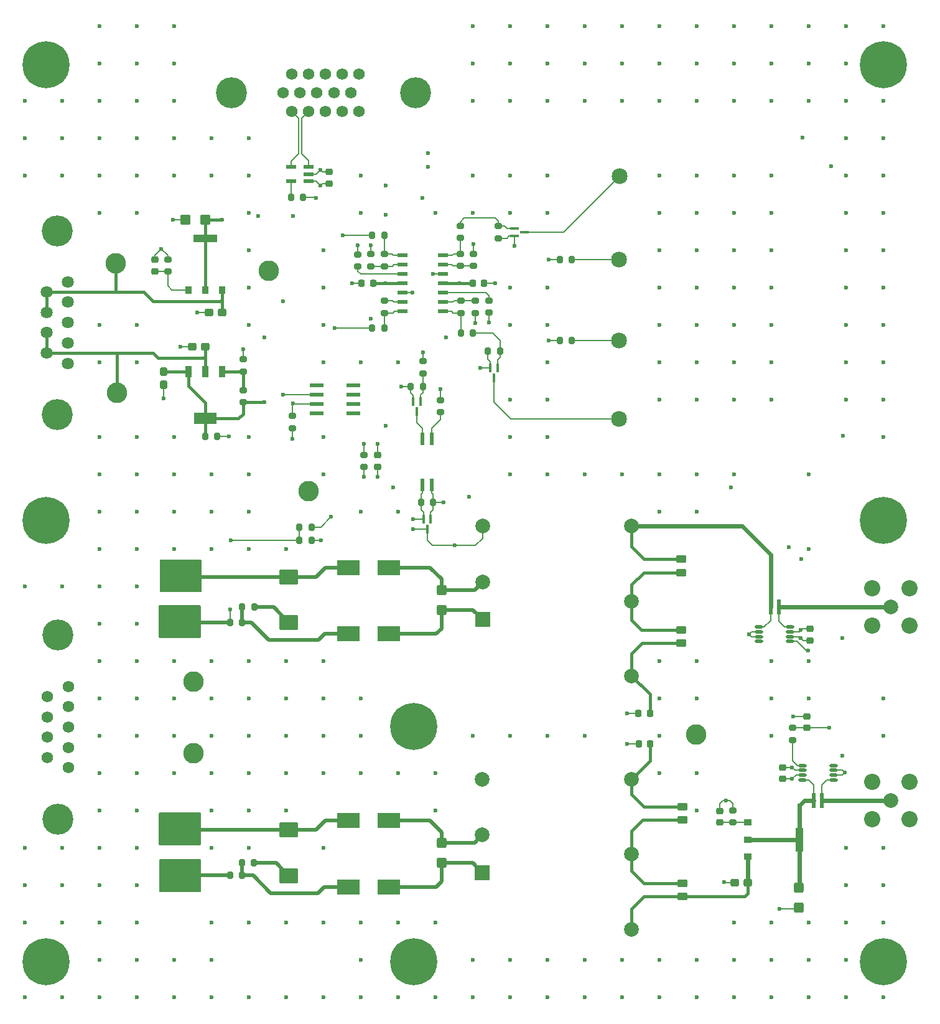
<source format=gbr>
%TF.GenerationSoftware,KiCad,Pcbnew,8.0.6*%
%TF.CreationDate,2025-05-15T16:07:21-04:00*%
%TF.ProjectId,2 - COLD_TPC_P25M5,32202d20-434f-44c4-945f-5450435f5032,rev?*%
%TF.SameCoordinates,Original*%
%TF.FileFunction,Copper,L1,Top*%
%TF.FilePolarity,Positive*%
%FSLAX46Y46*%
G04 Gerber Fmt 4.6, Leading zero omitted, Abs format (unit mm)*
G04 Created by KiCad (PCBNEW 8.0.6) date 2025-05-15 16:07:21*
%MOMM*%
%LPD*%
G01*
G04 APERTURE LIST*
G04 Aperture macros list*
%AMRoundRect*
0 Rectangle with rounded corners*
0 $1 Rounding radius*
0 $2 $3 $4 $5 $6 $7 $8 $9 X,Y pos of 4 corners*
0 Add a 4 corners polygon primitive as box body*
4,1,4,$2,$3,$4,$5,$6,$7,$8,$9,$2,$3,0*
0 Add four circle primitives for the rounded corners*
1,1,$1+$1,$2,$3*
1,1,$1+$1,$4,$5*
1,1,$1+$1,$6,$7*
1,1,$1+$1,$8,$9*
0 Add four rect primitives between the rounded corners*
20,1,$1+$1,$2,$3,$4,$5,0*
20,1,$1+$1,$4,$5,$6,$7,0*
20,1,$1+$1,$6,$7,$8,$9,0*
20,1,$1+$1,$8,$9,$2,$3,0*%
G04 Aperture macros list end*
%TA.AperFunction,SMDPad,CuDef*%
%ADD10RoundRect,0.200000X0.275000X-0.200000X0.275000X0.200000X-0.275000X0.200000X-0.275000X-0.200000X0*%
%TD*%
%TA.AperFunction,ComponentPad*%
%ADD11C,2.800000*%
%TD*%
%TA.AperFunction,SMDPad,CuDef*%
%ADD12RoundRect,0.225000X0.250000X-0.225000X0.250000X0.225000X-0.250000X0.225000X-0.250000X-0.225000X0*%
%TD*%
%TA.AperFunction,ComponentPad*%
%ADD13C,6.400000*%
%TD*%
%TA.AperFunction,SMDPad,CuDef*%
%ADD14RoundRect,0.250000X0.450000X0.425000X-0.450000X0.425000X-0.450000X-0.425000X0.450000X-0.425000X0*%
%TD*%
%TA.AperFunction,SMDPad,CuDef*%
%ADD15RoundRect,0.200000X0.200000X0.275000X-0.200000X0.275000X-0.200000X-0.275000X0.200000X-0.275000X0*%
%TD*%
%TA.AperFunction,SMDPad,CuDef*%
%ADD16RoundRect,0.200000X-0.275000X0.200000X-0.275000X-0.200000X0.275000X-0.200000X0.275000X0.200000X0*%
%TD*%
%TA.AperFunction,SMDPad,CuDef*%
%ADD17R,1.016000X0.889000*%
%TD*%
%TA.AperFunction,SMDPad,CuDef*%
%ADD18R,1.000000X3.200000*%
%TD*%
%TA.AperFunction,SMDPad,CuDef*%
%ADD19R,0.584200X2.159000*%
%TD*%
%TA.AperFunction,SMDPad,CuDef*%
%ADD20RoundRect,0.225000X0.225000X0.250000X-0.225000X0.250000X-0.225000X-0.250000X0.225000X-0.250000X0*%
%TD*%
%TA.AperFunction,SMDPad,CuDef*%
%ADD21R,0.838200X1.600200*%
%TD*%
%TA.AperFunction,SMDPad,CuDef*%
%ADD22R,3.048000X1.600200*%
%TD*%
%TA.AperFunction,SMDPad,CuDef*%
%ADD23RoundRect,0.200000X-0.200000X-0.275000X0.200000X-0.275000X0.200000X0.275000X-0.200000X0.275000X0*%
%TD*%
%TA.AperFunction,SMDPad,CuDef*%
%ADD24RoundRect,0.250000X0.312500X0.275000X-0.312500X0.275000X-0.312500X-0.275000X0.312500X-0.275000X0*%
%TD*%
%TA.AperFunction,SMDPad,CuDef*%
%ADD25RoundRect,0.250000X0.275000X-0.312500X0.275000X0.312500X-0.275000X0.312500X-0.275000X-0.312500X0*%
%TD*%
%TA.AperFunction,ComponentPad*%
%ADD26R,2.000000X2.000000*%
%TD*%
%TA.AperFunction,ComponentPad*%
%ADD27C,2.000000*%
%TD*%
%TA.AperFunction,SMDPad,CuDef*%
%ADD28RoundRect,0.250000X-0.312500X-0.275000X0.312500X-0.275000X0.312500X0.275000X-0.312500X0.275000X0*%
%TD*%
%TA.AperFunction,SMDPad,CuDef*%
%ADD29R,1.161200X0.350800*%
%TD*%
%TA.AperFunction,ComponentPad*%
%ADD30C,2.159000*%
%TD*%
%TA.AperFunction,ComponentPad*%
%ADD31C,1.560000*%
%TD*%
%TA.AperFunction,ComponentPad*%
%ADD32C,4.216000*%
%TD*%
%TA.AperFunction,SMDPad,CuDef*%
%ADD33RoundRect,0.225000X-0.250000X0.225000X-0.250000X-0.225000X0.250000X-0.225000X0.250000X0.225000X0*%
%TD*%
%TA.AperFunction,SMDPad,CuDef*%
%ADD34R,0.350800X1.161200*%
%TD*%
%TA.AperFunction,SMDPad,CuDef*%
%ADD35R,1.981200X0.558800*%
%TD*%
%TA.AperFunction,SMDPad,CuDef*%
%ADD36R,0.558800X1.651000*%
%TD*%
%TA.AperFunction,SMDPad,CuDef*%
%ADD37RoundRect,0.250000X0.450000X-0.262500X0.450000X0.262500X-0.450000X0.262500X-0.450000X-0.262500X0*%
%TD*%
%TA.AperFunction,SMDPad,CuDef*%
%ADD38RoundRect,0.020000X-1.480000X0.980000X-1.480000X-0.980000X1.480000X-0.980000X1.480000X0.980000X0*%
%TD*%
%TA.AperFunction,ComponentPad*%
%ADD39C,1.575000*%
%TD*%
%TA.AperFunction,SMDPad,CuDef*%
%ADD40R,1.460500X0.533400*%
%TD*%
%TA.AperFunction,ComponentPad*%
%ADD41C,1.635000*%
%TD*%
%TA.AperFunction,SMDPad,CuDef*%
%ADD42R,1.473200X0.558800*%
%TD*%
%TA.AperFunction,SMDPad,CuDef*%
%ADD43RoundRect,0.250000X1.025000X-0.787500X1.025000X0.787500X-1.025000X0.787500X-1.025000X-0.787500X0*%
%TD*%
%TA.AperFunction,SMDPad,CuDef*%
%ADD44RoundRect,0.250000X0.425000X-0.450000X0.425000X0.450000X-0.425000X0.450000X-0.425000X-0.450000X0*%
%TD*%
%TA.AperFunction,SMDPad,CuDef*%
%ADD45RoundRect,0.250000X-0.450000X0.262500X-0.450000X-0.262500X0.450000X-0.262500X0.450000X0.262500X0*%
%TD*%
%TA.AperFunction,SMDPad,CuDef*%
%ADD46RoundRect,0.225000X-0.225000X-0.250000X0.225000X-0.250000X0.225000X0.250000X-0.225000X0.250000X0*%
%TD*%
%TA.AperFunction,ComponentPad*%
%ADD47C,2.006600*%
%TD*%
%TA.AperFunction,ComponentPad*%
%ADD48C,2.209800*%
%TD*%
%TA.AperFunction,SMDPad,CuDef*%
%ADD49O,1.150000X0.449999*%
%TD*%
%TA.AperFunction,SMDPad,CuDef*%
%ADD50RoundRect,0.250000X-0.425000X0.450000X-0.425000X-0.450000X0.425000X-0.450000X0.425000X0.450000X0*%
%TD*%
%TA.AperFunction,SMDPad,CuDef*%
%ADD51R,0.889000X1.016000*%
%TD*%
%TA.AperFunction,SMDPad,CuDef*%
%ADD52R,3.200000X1.000000*%
%TD*%
%TA.AperFunction,ViaPad*%
%ADD53C,0.600000*%
%TD*%
%TA.AperFunction,Conductor*%
%ADD54C,0.200000*%
%TD*%
%TA.AperFunction,Conductor*%
%ADD55C,0.600000*%
%TD*%
%TA.AperFunction,Conductor*%
%ADD56C,0.400000*%
%TD*%
%TA.AperFunction,Conductor*%
%ADD57C,0.500000*%
%TD*%
%TA.AperFunction,Conductor*%
%ADD58C,0.800000*%
%TD*%
G04 APERTURE END LIST*
D10*
%TO.P,R31,1*%
%TO.N,Net-(U7D-D_OUT)*%
X191388900Y-79595000D03*
%TO.P,R31,2*%
%TO.N,Net-(M6-Pad1)*%
X191388900Y-77945000D03*
%TD*%
D11*
%TO.P,+12V_RTN1,1,1*%
%TO.N,/SEC_PWR_RTN*%
X155090000Y-149640000D03*
%TD*%
D12*
%TO.P,C25,1*%
%TO.N,Net-(U1-SET)*%
X149800000Y-84100000D03*
%TO.P,C25,2*%
%TO.N,/SEC_PWR_TELEM_RTN*%
X149800000Y-82550000D03*
%TD*%
D13*
%TO.P,H5,1,1*%
%TO.N,CHASSIS*%
X135000000Y-56000000D03*
%TD*%
D14*
%TO.P,C26,1*%
%TO.N,/SiPM/pV3p3*%
X156687500Y-77115000D03*
%TO.P,C26,2*%
%TO.N,/SEC_PWR_TELEM_RTN*%
X153987500Y-77115000D03*
%TD*%
D15*
%TO.P,R49,1*%
%TO.N,Net-(C15-Pad1)*%
X163330000Y-129800000D03*
%TO.P,R49,2*%
%TO.N,Net-(F2-Pad2)*%
X161680000Y-129800000D03*
%TD*%
D16*
%TO.P,R6,1*%
%TO.N,/P_SEC_TELEM_PWR*%
X188650000Y-101655000D03*
%TO.P,R6,2*%
%TO.N,Net-(Q1-Pad1)*%
X188650000Y-103305000D03*
%TD*%
D17*
%TO.P,U2,1,SET*%
%TO.N,Net-(U2-SET)*%
X230507500Y-159090000D03*
%TO.P,U2,2,OUT*%
%TO.N,/SiPM/P2p5V*%
X230507500Y-161401400D03*
%TO.P,U2,3,IN*%
%TO.N,/SiPM/SiPM_LV_Supply/SiPM_LV/V_Out*%
X230507500Y-163712800D03*
D18*
%TO.P,U2,4,TAB*%
%TO.N,/SiPM/P2p5V*%
X237500000Y-161401400D03*
%TD*%
D19*
%TO.P,R45,1*%
%TO.N,/SiPM/P2p5V*%
X239506600Y-156130000D03*
%TO.P,R45,2*%
%TO.N,/SiPM/SiPM_LV_p2p5V*%
X240573400Y-156130000D03*
%TD*%
D20*
%TO.P,C12,1*%
%TO.N,/SiPM/SiPM_LV_Supply/SiPM_LV/V_Out_RTN*%
X217183000Y-144272000D03*
%TO.P,C12,2*%
%TO.N,CHASSIS*%
X215633000Y-144272000D03*
%TD*%
D21*
%TO.P,U6,1,ADJ*%
%TO.N,Net-(U6-ADJ)*%
X158960000Y-97754600D03*
%TO.P,U6,2,IN*%
%TO.N,/N_SEC_TELEM_PWR*%
X156660000Y-97754600D03*
%TO.P,U6,3,OUT*%
%TO.N,/SiPM/nV3p3*%
X154360000Y-97754600D03*
D22*
%TO.P,U6,4,TAB*%
X156660000Y-104155400D03*
%TD*%
D10*
%TO.P,R10,1*%
%TO.N,Net-(U1-SET)*%
X151560000Y-84160000D03*
%TO.P,R10,2*%
%TO.N,/SEC_PWR_TELEM_RTN*%
X151560000Y-82510000D03*
%TD*%
D23*
%TO.P,R11,1*%
%TO.N,Net-(U5-R)*%
X168335000Y-74090000D03*
%TO.P,R11,2*%
%TO.N,/SiPM/SiPM_LV_Supply/SiPM_LV_Enable*%
X169985000Y-74090000D03*
%TD*%
D10*
%TO.P,R32,1*%
%TO.N,/SEC_PWR_TELEM_RTN*%
X196564150Y-79625000D03*
%TO.P,R32,2*%
%TO.N,Net-(M6-Pad1)*%
X196564150Y-77975000D03*
%TD*%
D20*
%TO.P,C21,1*%
%TO.N,/SiPM/SiPM_LV_Supply/SiPM_LV/V_Out_RTN*%
X217215000Y-148430000D03*
%TO.P,C21,2*%
%TO.N,CHASSIS*%
X215665000Y-148430000D03*
%TD*%
D10*
%TO.P,R19,1*%
%TO.N,Net-(U7A--INA)*%
X181054150Y-83450000D03*
%TO.P,R19,2*%
%TO.N,Net-(U7A-A_Out)*%
X181054150Y-81800000D03*
%TD*%
D13*
%TO.P,H7,1,1*%
%TO.N,CHASSIS*%
X249000000Y-118000000D03*
%TD*%
D10*
%TO.P,R20,1*%
%TO.N,Net-(U7A-+INA)*%
X177424150Y-83475000D03*
%TO.P,R20,2*%
%TO.N,/SEC_PWR_TELEM_RTN*%
X177424150Y-81825000D03*
%TD*%
D19*
%TO.P,R46,1*%
%TO.N,/SiPM/SiPM_LV_m5p0V*%
X234693400Y-129770000D03*
%TO.P,R46,2*%
%TO.N,/SiPM/M5V*%
X233626600Y-129770000D03*
%TD*%
D13*
%TO.P,H6,1,1*%
%TO.N,CHASSIS*%
X249000000Y-178000000D03*
%TD*%
D10*
%TO.P,R34,1*%
%TO.N,/SEC_PWR_TELEM_RTN*%
X195264150Y-89765000D03*
%TO.P,R34,2*%
%TO.N,Net-(U7C-+INC)*%
X195264150Y-88115000D03*
%TD*%
D24*
%TO.P,C24,1*%
%TO.N,/P_SEC_TELEM_PWR*%
X158967500Y-89765000D03*
%TO.P,C24,2*%
%TO.N,/SEC_PWR_TELEM_RTN*%
X157192500Y-89765000D03*
%TD*%
D12*
%TO.P,C27,1*%
%TO.N,/SiPM/pV3p3*%
X173560000Y-72175000D03*
%TO.P,C27,2*%
%TO.N,/SEC_PWR_TELEM_RTN*%
X173560000Y-70625000D03*
%TD*%
D25*
%TO.P,C34,1*%
%TO.N,/SEC_PWR_TELEM_RTN*%
X150980000Y-99512500D03*
%TO.P,C34,2*%
%TO.N,/SiPM/nV3p3*%
X150980000Y-97737500D03*
%TD*%
D15*
%TO.P,R15,1*%
%TO.N,/SEC_PWR_TELEM_RTN*%
X158295000Y-106580000D03*
%TO.P,R15,2*%
%TO.N,/SiPM/nV3p3*%
X156645000Y-106580000D03*
%TD*%
%TO.P,R9,1*%
%TO.N,Net-(M2-Pad1)*%
X187695000Y-115560000D03*
%TO.P,R9,2*%
%TO.N,/SEC_PWR_RTN*%
X186045000Y-115560000D03*
%TD*%
D10*
%TO.P,R3,1*%
%TO.N,Net-(U2-SET)*%
X228470000Y-159086400D03*
%TO.P,R3,2*%
%TO.N,/SiPM/SiPM_LV_Supply/SiPM_LV/V_Out_RTN*%
X228470000Y-157436400D03*
%TD*%
D13*
%TO.P,H3,1,1*%
%TO.N,CHASSIS*%
X185000000Y-146000000D03*
%TD*%
D16*
%TO.P,R22,1*%
%TO.N,Net-(U7B--INB)*%
X181059150Y-88119800D03*
%TO.P,R22,2*%
%TO.N,Net-(U7B-B_OUT)*%
X181059150Y-89769800D03*
%TD*%
D23*
%TO.P,R21,1*%
%TO.N,/M5p0V_Telem*%
X179399150Y-79230000D03*
%TO.P,R21,2*%
%TO.N,Net-(U7A-A_Out)*%
X181049150Y-79230000D03*
%TD*%
D26*
%TO.P,U4,1,+VIN*%
%TO.N,/SiPM/SiPM_LV_Supply/SiPM_LV1/V_POS*%
X194395000Y-131470000D03*
D27*
%TO.P,U4,2,-VIN*%
%TO.N,/SiPM/SiPM_LV_Supply/SiPM_LV1/V_RTN*%
X194395000Y-126370000D03*
%TO.P,U4,3,+VOUT*%
%TO.N,/SiPM/SiPM_LV_Supply/SiPM_LV/V_Out_RTN*%
X214695000Y-139170000D03*
%TO.P,U4,4,TRIM*%
%TO.N,/SiPM/SiPM_LV_Supply/SiPM_LV1/TRIM*%
X214695000Y-128970000D03*
%TO.P,U4,5,-VOUT*%
%TO.N,/SiPM/M5V*%
X214695000Y-118770000D03*
%TO.P,U4,6,REMOTE*%
%TO.N,/SiPM/SiPM_LV_Supply/SiPM_LV/Enable*%
X194395000Y-118770000D03*
%TD*%
D28*
%TO.P,C32,1*%
%TO.N,/SEC_PWR_TELEM_RTN*%
X154892500Y-94345000D03*
%TO.P,C32,2*%
%TO.N,/N_SEC_TELEM_PWR*%
X156667500Y-94345000D03*
%TD*%
D15*
%TO.P,R5,1*%
%TO.N,Net-(M1-Pad1)*%
X186275000Y-99790000D03*
%TO.P,R5,2*%
%TO.N,/SEC_PWR_TELEM_RTN*%
X184625000Y-99790000D03*
%TD*%
D29*
%TO.P,M6,1,1*%
%TO.N,Net-(M6-Pad1)*%
X198774150Y-78330002D03*
%TO.P,M6,2,2*%
%TO.N,/SEC_PWR_TELEM_RTN*%
X198774150Y-79330000D03*
%TO.P,M6,3,3*%
%TO.N,Net-(M6-Pad3)*%
X200124150Y-78830001D03*
%TD*%
D30*
%TO.P,P1,1,1*%
%TO.N,Net-(P1-Pad1)*%
X212960000Y-93500000D03*
%TD*%
D16*
%TO.P,R24,1*%
%TO.N,/TEMP_TELEM*%
X168540000Y-103805000D03*
%TO.P,R24,2*%
%TO.N,/SEC_PWR_TELEM_RTN*%
X168540000Y-105455000D03*
%TD*%
D11*
%TO.P,+5V1,1,1*%
%TO.N,/P_SEC_TELEM_PWR*%
X144520000Y-83000000D03*
%TD*%
D30*
%TO.P,P4,1,1*%
%TO.N,Net-(M6-Pad3)*%
X213060000Y-71180000D03*
%TD*%
%TO.P,P3,1,1*%
%TO.N,Net-(P3-Pad1)*%
X212970000Y-82510000D03*
%TD*%
D10*
%TO.P,R26,1*%
%TO.N,/SiPM/M5V*%
X193394150Y-89775000D03*
%TO.P,R26,2*%
%TO.N,Net-(U7C--INC)*%
X193394150Y-88125000D03*
%TD*%
D31*
%TO.P,J1,1*%
%TO.N,/SEC_PWR_RTN*%
X138030000Y-140575000D03*
%TO.P,J1,2*%
X138030000Y-143345000D03*
%TO.P,J1,3*%
%TO.N,unconnected-(J1-Pad3)*%
X138030000Y-146115000D03*
%TO.P,J1,4*%
%TO.N,/SEC_PWR_RTN*%
X138030000Y-148885000D03*
%TO.P,J1,5*%
X138030000Y-151655000D03*
%TO.P,J1,6*%
%TO.N,/SEC_PWR_IN*%
X135190000Y-141960000D03*
%TO.P,J1,7*%
X135190000Y-144730000D03*
%TO.P,J1,8*%
X135190000Y-147500000D03*
%TO.P,J1,9*%
X135190000Y-150270000D03*
D32*
%TO.P,J1,S1*%
%TO.N,CHASSIS*%
X136610000Y-133615000D03*
%TO.P,J1,S2*%
X136610000Y-158615000D03*
%TD*%
D33*
%TO.P,C1,1*%
%TO.N,/SiPM/pV3p3*%
X235240000Y-151615000D03*
%TO.P,C1,2*%
%TO.N,/SEC_PWR_TELEM_RTN*%
X235240000Y-153165000D03*
%TD*%
D34*
%TO.P,M5,1,1*%
%TO.N,Net-(M5-Pad1)*%
X196459150Y-97289799D03*
%TO.P,M5,2,2*%
%TO.N,/SEC_PWR_TELEM_RTN*%
X195459152Y-97289799D03*
%TO.P,M5,3,3*%
%TO.N,Net-(M5-Pad3)*%
X195959151Y-98639799D03*
%TD*%
D35*
%TO.P,U8,1,NC*%
%TO.N,unconnected-(U8-NC-Pad1)*%
X171856200Y-99605000D03*
%TO.P,U8,2,V+*%
%TO.N,/P_SEC_TELEM_PWR*%
X171856200Y-100875000D03*
%TO.P,U8,3,V-*%
%TO.N,/TEMP_TELEM*%
X171856200Y-102145000D03*
%TO.P,U8,4,NC*%
%TO.N,unconnected-(U8-NC-Pad4)*%
X171856200Y-103415000D03*
%TO.P,U8,5,NC*%
%TO.N,unconnected-(U8-NC-Pad5)*%
X176783800Y-103415000D03*
%TO.P,U8,6,NC*%
%TO.N,unconnected-(U8-NC-Pad6)*%
X176783800Y-102145000D03*
%TO.P,U8,7,NC*%
%TO.N,unconnected-(U8-NC-Pad7)*%
X176783800Y-100875000D03*
%TO.P,U8,8,NC*%
%TO.N,unconnected-(U8-NC-Pad8)*%
X176783800Y-99605000D03*
%TD*%
D36*
%TO.P,Q1,1,1*%
%TO.N,Net-(Q1-Pad1)*%
X187495000Y-106885800D03*
%TO.P,Q1,2,2*%
%TO.N,Net-(M1-Pad3)*%
X186225000Y-106885800D03*
%TO.P,Q1,3,3*%
%TO.N,/SEC_PWR_RTN*%
X186225000Y-113134200D03*
%TO.P,Q1,4,4*%
%TO.N,Net-(M2-Pad1)*%
X187495000Y-113134200D03*
%TD*%
D11*
%TO.P,V_{EN}1,1,1*%
%TO.N,/SiPM/SiPM_LV_Supply/SiPM_LV/Enable*%
X170690000Y-114050000D03*
%TD*%
D37*
%TO.P,R39,1*%
%TO.N,/SiPM/SiPM_LV_Supply/SiPM_LV/TRIM*%
X221607500Y-158732500D03*
%TO.P,R39,2*%
%TO.N,/SiPM/SiPM_LV_Supply/SiPM_LV/V_Out_RTN*%
X221607500Y-156907500D03*
%TD*%
D34*
%TO.P,M1,1,1*%
%TO.N,Net-(M1-Pad1)*%
X185979999Y-101795000D03*
%TO.P,M1,2,2*%
%TO.N,/SEC_PWR_TELEM_RTN*%
X184980001Y-101795000D03*
%TO.P,M1,3,3*%
%TO.N,Net-(M1-Pad3)*%
X185480000Y-103145000D03*
%TD*%
D10*
%TO.P,R35,1*%
%TO.N,Net-(U7D--IND)*%
X191394150Y-83405000D03*
%TO.P,R35,2*%
%TO.N,Net-(U7D-D_OUT)*%
X191394150Y-81755000D03*
%TD*%
D38*
%TO.P,L3,1,1*%
%TO.N,Net-(F2-Pad2)*%
X176125000Y-133410000D03*
%TO.P,L3,2,2*%
%TO.N,/SiPM/SiPM_LV_Supply/SiPM_LV1/V_POS*%
X181625000Y-133410000D03*
%TD*%
D39*
%TO.P,J3,1*%
%TO.N,/SiPM_LV_Enable-*%
X168434000Y-62350000D03*
%TO.P,J3,2*%
%TO.N,/SiPM_LV_Enable+*%
X170724000Y-62350000D03*
%TO.P,J3,3*%
%TO.N,/P2p5V_TELEM*%
X173014000Y-62350000D03*
%TO.P,J3,4*%
%TO.N,/M5p0V_Telem*%
X175304000Y-62350000D03*
%TO.P,J3,5*%
%TO.N,/P2p5_I_MON*%
X177594000Y-62350000D03*
%TO.P,J3,6*%
%TO.N,/SEC_PWR_TELEM_RTN*%
X167289000Y-59810000D03*
%TO.P,J3,7*%
X169579000Y-59810000D03*
%TO.P,J3,8*%
X171869000Y-59810000D03*
%TO.P,J3,9*%
X174159000Y-59810000D03*
%TO.P,J3,10*%
X176449000Y-59810000D03*
%TO.P,J3,11*%
%TO.N,/TEMP_TELEM*%
X168434000Y-57270000D03*
%TO.P,J3,12*%
%TO.N,/SEC_PWR_TELEM_RTN*%
X170724000Y-57270000D03*
%TO.P,J3,13*%
X173014000Y-57270000D03*
%TO.P,J3,14*%
X175304000Y-57270000D03*
%TO.P,J3,15*%
%TO.N,/M5V_I_MON*%
X177594000Y-57270000D03*
D32*
%TO.P,J3,S1*%
%TO.N,CHASSIS*%
X185255000Y-59810000D03*
%TO.P,J3,S2*%
X160265000Y-59810000D03*
%TD*%
D23*
%TO.P,R23,1*%
%TO.N,/P2p5V_TELEM*%
X179394150Y-91814800D03*
%TO.P,R23,2*%
%TO.N,Net-(U7B-B_OUT)*%
X181044150Y-91814800D03*
%TD*%
D40*
%TO.P,U7,1,A_Out*%
%TO.N,Net-(U7A-A_Out)*%
X183525850Y-81950000D03*
%TO.P,U7,2,-INA*%
%TO.N,Net-(U7A--INA)*%
X183525850Y-83220000D03*
%TO.P,U7,3,+INA*%
%TO.N,Net-(U7A-+INA)*%
X183525850Y-84490000D03*
%TO.P,U7,4,VCC*%
%TO.N,/SiPM/pV3p3*%
X183525850Y-85760000D03*
%TO.P,U7,5,+INB*%
%TO.N,/SiPM/P2p5V*%
X183525850Y-87030000D03*
%TO.P,U7,6,-INB*%
%TO.N,Net-(U7B--INB)*%
X183525850Y-88300000D03*
%TO.P,U7,7,B_OUT*%
%TO.N,Net-(U7B-B_OUT)*%
X183525850Y-89570000D03*
%TO.P,U7,8,C_OUT*%
%TO.N,Net-(U7C-C_OUT)*%
X188974150Y-89570000D03*
%TO.P,U7,9,-INC*%
%TO.N,Net-(U7C--INC)*%
X188974150Y-88300000D03*
%TO.P,U7,10,+INC*%
%TO.N,Net-(U7C-+INC)*%
X188974150Y-87030000D03*
%TO.P,U7,11,VSS*%
%TO.N,/SiPM/nV3p3*%
X188974150Y-85760000D03*
%TO.P,U7,12,+IND*%
%TO.N,/SiPM/P2p5V*%
X188974150Y-84490000D03*
%TO.P,U7,13,-IND*%
%TO.N,Net-(U7D--IND)*%
X188974150Y-83220000D03*
%TO.P,U7,14,D_OUT*%
%TO.N,Net-(U7D-D_OUT)*%
X188974150Y-81950000D03*
%TD*%
D41*
%TO.P,J2,1*%
%TO.N,/SEC_PWR_TELEM_RTN*%
X137933250Y-96630000D03*
%TO.P,J2,2*%
X137933250Y-93860000D03*
%TO.P,J2,3*%
%TO.N,unconnected-(J2-Pad3)*%
X137933250Y-91090000D03*
%TO.P,J2,4*%
%TO.N,/SEC_PWR_TELEM_RTN*%
X137933250Y-88320000D03*
%TO.P,J2,5*%
X137933250Y-85550000D03*
%TO.P,J2,6*%
%TO.N,/N_SEC_TELEM_PWR*%
X135093250Y-95245000D03*
%TO.P,J2,7*%
X135093250Y-92475000D03*
%TO.P,J2,8*%
%TO.N,/P_SEC_TELEM_PWR*%
X135093250Y-89705000D03*
%TO.P,J2,9*%
X135093250Y-86935000D03*
D32*
%TO.P,J2,S1*%
%TO.N,CHASSIS*%
X136513250Y-78590000D03*
%TO.P,J2,S2*%
X136513250Y-103590000D03*
%TD*%
D42*
%TO.P,U5,1,VCC*%
%TO.N,/SiPM/pV3p3*%
X170733800Y-71850001D03*
%TO.P,U5,2,GND*%
%TO.N,/SEC_PWR_TELEM_RTN*%
X170733800Y-70900000D03*
%TO.P,U5,3,A*%
%TO.N,/SiPM_LV_Enable+*%
X170733800Y-69949999D03*
%TO.P,U5,4,B*%
%TO.N,/SiPM_LV_Enable-*%
X168346200Y-69949999D03*
%TO.P,U5,5,R*%
%TO.N,Net-(U5-R)*%
X168346200Y-71850001D03*
%TD*%
D12*
%TO.P,C30,1*%
%TO.N,/SiPM/pV3p3*%
X238990000Y-134305000D03*
%TO.P,C30,2*%
%TO.N,/SEC_PWR_TELEM_RTN*%
X238990000Y-132755000D03*
%TD*%
D43*
%TO.P,C15,1*%
%TO.N,Net-(C15-Pad1)*%
X168055000Y-131892500D03*
%TO.P,C15,2*%
%TO.N,/SEC_PWR_RTN*%
X168055000Y-125667500D03*
%TD*%
D10*
%TO.P,R41,1*%
%TO.N,Net-(U10-OUT)*%
X236570000Y-147855000D03*
%TO.P,R41,2*%
%TO.N,Net-(C2-Pad2)*%
X236570000Y-146205000D03*
%TD*%
D23*
%TO.P,R8,1*%
%TO.N,/SEC_PWR_IN*%
X169475000Y-120700000D03*
%TO.P,R8,2*%
%TO.N,/SiPM/SiPM_LV_Supply/SiPM_LV/Enable*%
X171125000Y-120700000D03*
%TD*%
D44*
%TO.P,C16,1*%
%TO.N,/SiPM/SiPM_LV_Supply/SiPM_LV1/V_POS*%
X188835000Y-130160000D03*
%TO.P,C16,2*%
%TO.N,/SiPM/SiPM_LV_Supply/SiPM_LV1/V_RTN*%
X188835000Y-127460000D03*
%TD*%
D45*
%TO.P,R37,1*%
%TO.N,/SiPM/SiPM_LV_Supply/SiPM_LV/TRIM*%
X221607500Y-167337500D03*
%TO.P,R37,2*%
%TO.N,/SiPM/SiPM_LV_Supply/SiPM_LV/V_Out*%
X221607500Y-169162500D03*
%TD*%
D13*
%TO.P,H8,1,1*%
%TO.N,CHASSIS*%
X135000000Y-118000000D03*
%TD*%
D16*
%TO.P,R4,1*%
%TO.N,/SiPM/SiPM_LV_Supply/SiPM_LV_Enable*%
X186270000Y-96365000D03*
%TO.P,R4,2*%
%TO.N,Net-(M1-Pad1)*%
X186270000Y-98015000D03*
%TD*%
D38*
%TO.P,L2,1,1*%
%TO.N,/SEC_PWR_RTN*%
X176117500Y-158830000D03*
%TO.P,L2,2,2*%
%TO.N,/SiPM/SiPM_LV_Supply/SiPM_LV/V_RTN*%
X181617500Y-158830000D03*
%TD*%
D34*
%TO.P,M2,1,1*%
%TO.N,Net-(M2-Pad1)*%
X187359999Y-117865000D03*
%TO.P,M2,2,2*%
%TO.N,/SEC_PWR_RTN*%
X186360001Y-117865000D03*
%TO.P,M2,3,3*%
%TO.N,/SiPM/SiPM_LV_Supply/SiPM_LV/Enable*%
X186860000Y-119215000D03*
%TD*%
D23*
%TO.P,R28,1*%
%TO.N,Net-(U7C-C_OUT)*%
X191429150Y-92550000D03*
%TO.P,R28,2*%
%TO.N,Net-(M5-Pad1)*%
X193079150Y-92550000D03*
%TD*%
D16*
%TO.P,R12,1*%
%TO.N,/SEC_PWR_TELEM_RTN*%
X178250000Y-109105000D03*
%TO.P,R12,2*%
%TO.N,/SEC_PWR_RTN*%
X178250000Y-110755000D03*
%TD*%
D46*
%TO.P,C29,1*%
%TO.N,/SiPM/nV3p3*%
X193054150Y-85760000D03*
%TO.P,C29,2*%
%TO.N,/SEC_PWR_TELEM_RTN*%
X194604150Y-85760000D03*
%TD*%
D37*
%TO.P,R40,1*%
%TO.N,/SiPM/SiPM_LV_Supply/SiPM_LV1/TRIM*%
X221425000Y-125082500D03*
%TO.P,R40,2*%
%TO.N,/SiPM/M5V*%
X221425000Y-123257500D03*
%TD*%
D30*
%TO.P,P2,1,1*%
%TO.N,Net-(M5-Pad3)*%
X212960000Y-104170000D03*
%TD*%
D13*
%TO.P,H4,1,1*%
%TO.N,CHASSIS*%
X185000000Y-178000000D03*
%TD*%
D16*
%TO.P,R13,1*%
%TO.N,/SEC_PWR_TELEM_RTN*%
X161820000Y-96090000D03*
%TO.P,R13,2*%
%TO.N,Net-(U6-ADJ)*%
X161820000Y-97740000D03*
%TD*%
%TO.P,R14,1*%
%TO.N,Net-(U6-ADJ)*%
X161820000Y-100300000D03*
%TO.P,R14,2*%
%TO.N,/SiPM/nV3p3*%
X161820000Y-101950000D03*
%TD*%
%TO.P,R25,1*%
%TO.N,Net-(U7C--INC)*%
X191434150Y-88125000D03*
%TO.P,R25,2*%
%TO.N,Net-(U7C-C_OUT)*%
X191434150Y-89775000D03*
%TD*%
D47*
%TO.P,J5,1,SIGNAL*%
%TO.N,/SiPM/SiPM_LV_m5p0V*%
X250000000Y-129780000D03*
D48*
%TO.P,J5,2,GND*%
%TO.N,/SiPM/SiPM_LV_Supply/SiPM_LV/V_Out_RTN*%
X252540000Y-127240000D03*
%TO.P,J5,3,GND*%
X247460000Y-127240000D03*
%TO.P,J5,4,GND*%
X247460000Y-132320000D03*
%TO.P,J5,5,GND*%
X252540000Y-132320000D03*
%TD*%
D33*
%TO.P,C2,1*%
%TO.N,/SEC_PWR_TELEM_RTN*%
X238520000Y-144655000D03*
%TO.P,C2,2*%
%TO.N,Net-(C2-Pad2)*%
X238520000Y-146205000D03*
%TD*%
D11*
%TO.P,+12V1,1,1*%
%TO.N,/SEC_PWR_IN*%
X155090000Y-139890000D03*
%TD*%
D23*
%TO.P,R7,1*%
%TO.N,/SEC_PWR_IN*%
X169495000Y-118900000D03*
%TO.P,R7,2*%
%TO.N,Net-(M2-Pad1)*%
X171145000Y-118900000D03*
%TD*%
D11*
%TO.P,-5V1,1,1*%
%TO.N,/N_SEC_TELEM_PWR*%
X144690000Y-100630000D03*
%TD*%
D24*
%TO.P,C3,1*%
%TO.N,/SiPM/SiPM_LV_Supply/SiPM_LV/V_Out*%
X230525000Y-167241400D03*
%TO.P,C3,2*%
%TO.N,/SiPM/SiPM_LV_Supply/SiPM_LV/V_Out_RTN*%
X228750000Y-167241400D03*
%TD*%
D12*
%TO.P,C4,1*%
%TO.N,Net-(U2-SET)*%
X226730000Y-159086400D03*
%TO.P,C4,2*%
%TO.N,/SiPM/SiPM_LV_Supply/SiPM_LV/V_Out_RTN*%
X226730000Y-157536400D03*
%TD*%
D47*
%TO.P,J4,1,SIGNAL*%
%TO.N,/SiPM/SiPM_LV_p2p5V*%
X250000000Y-156110000D03*
D48*
%TO.P,J4,2,GND*%
%TO.N,/SiPM/SiPM_LV_Supply/SiPM_LV/V_Out_RTN*%
X252540000Y-153570000D03*
%TO.P,J4,3,GND*%
X247460000Y-153570000D03*
%TO.P,J4,4,GND*%
X247460000Y-158650000D03*
%TO.P,J4,5,GND*%
X252540000Y-158650000D03*
%TD*%
D16*
%TO.P,R36,1*%
%TO.N,/SEC_PWR_TELEM_RTN*%
X193184150Y-81765000D03*
%TO.P,R36,2*%
%TO.N,Net-(U7D--IND)*%
X193184150Y-83415000D03*
%TD*%
D15*
%TO.P,R48,1*%
%TO.N,Net-(C6-Pad1)*%
X163302500Y-164580000D03*
%TO.P,R48,2*%
%TO.N,Net-(F1-Pad2)*%
X161652500Y-164580000D03*
%TD*%
D13*
%TO.P,H2,1,1*%
%TO.N,CHASSIS*%
X135000000Y-178000000D03*
%TD*%
%TO.P,H1,1,1*%
%TO.N,CHASSIS*%
X249000000Y-56000000D03*
%TD*%
D33*
%TO.P,C33,1*%
%TO.N,/SEC_PWR_TELEM_RTN*%
X180140000Y-109135000D03*
%TO.P,C33,2*%
%TO.N,/SEC_PWR_RTN*%
X180140000Y-110685000D03*
%TD*%
D44*
%TO.P,C7,1*%
%TO.N,/SiPM/SiPM_LV_Supply/SiPM_LV/V_POS*%
X188827500Y-164580000D03*
%TO.P,C7,2*%
%TO.N,/SiPM/SiPM_LV_Supply/SiPM_LV/V_RTN*%
X188827500Y-161880000D03*
%TD*%
D45*
%TO.P,R38,1*%
%TO.N,/SiPM/SiPM_LV_Supply/SiPM_LV1/TRIM*%
X221415000Y-132887500D03*
%TO.P,R38,2*%
%TO.N,/SiPM/SiPM_LV_Supply/SiPM_LV/V_Out_RTN*%
X221415000Y-134712500D03*
%TD*%
D49*
%TO.P,U9,1,-IN*%
%TO.N,/SiPM/M5V*%
X232045000Y-132495001D03*
%TO.P,U9,2,GND*%
%TO.N,/SEC_PWR_TELEM_RTN*%
X232045000Y-133145002D03*
%TO.P,U9,3,REF2*%
X232045000Y-133795001D03*
%TO.P,U9,4,4*%
%TO.N,unconnected-(U9-Pad4)*%
X232045000Y-134445002D03*
%TO.P,U9,5,OUT*%
%TO.N,Net-(U9-OUT)*%
X236295000Y-134445002D03*
%TO.P,U9,6,V+*%
%TO.N,/SiPM/pV3p3*%
X236295000Y-133795001D03*
%TO.P,U9,7,REF1*%
%TO.N,/SEC_PWR_TELEM_RTN*%
X236295000Y-133145002D03*
%TO.P,U9,8,+IN*%
%TO.N,/SiPM/SiPM_LV_m5p0V*%
X236295000Y-132495001D03*
%TD*%
D15*
%TO.P,R33,1*%
%TO.N,Net-(P3-Pad1)*%
X206545000Y-82510200D03*
%TO.P,R33,2*%
%TO.N,/P_SEC_TELEM_PWR*%
X204895000Y-82510200D03*
%TD*%
D20*
%TO.P,C28,1*%
%TO.N,/SiPM/pV3p3*%
X179514150Y-85760000D03*
%TO.P,C28,2*%
%TO.N,/SEC_PWR_TELEM_RTN*%
X177964150Y-85760000D03*
%TD*%
D15*
%TO.P,R30,1*%
%TO.N,Net-(P1-Pad1)*%
X206555000Y-93500200D03*
%TO.P,R30,2*%
%TO.N,/P_SEC_TELEM_PWR*%
X204905000Y-93500200D03*
%TD*%
D16*
%TO.P,R27,1*%
%TO.N,/SiPM/M5V*%
X179214150Y-81800000D03*
%TO.P,R27,2*%
%TO.N,Net-(U7A--INA)*%
X179214150Y-83450000D03*
%TD*%
D43*
%TO.P,C6,1*%
%TO.N,Net-(C6-Pad1)*%
X168047500Y-166312500D03*
%TO.P,C6,2*%
%TO.N,/SEC_PWR_RTN*%
X168047500Y-160087500D03*
%TD*%
D49*
%TO.P,U10,1,-IN*%
%TO.N,/SiPM/SiPM_LV_p2p5V*%
X242165000Y-153294999D03*
%TO.P,U10,2,GND*%
%TO.N,/SEC_PWR_TELEM_RTN*%
X242165000Y-152644998D03*
%TO.P,U10,3,REF2*%
X242165000Y-151994999D03*
%TO.P,U10,4,4*%
%TO.N,unconnected-(U10-Pad4)*%
X242165000Y-151344998D03*
%TO.P,U10,5,OUT*%
%TO.N,Net-(U10-OUT)*%
X237915000Y-151344998D03*
%TO.P,U10,6,V+*%
%TO.N,/SiPM/pV3p3*%
X237915000Y-151994999D03*
%TO.P,U10,7,REF1*%
%TO.N,/SEC_PWR_TELEM_RTN*%
X237915000Y-152644998D03*
%TO.P,U10,8,+IN*%
%TO.N,/SiPM/P2p5V*%
X237915000Y-153294999D03*
%TD*%
D38*
%TO.P,L4,1,1*%
%TO.N,/SEC_PWR_RTN*%
X176125000Y-124410000D03*
%TO.P,L4,2,2*%
%TO.N,/SiPM/SiPM_LV_Supply/SiPM_LV1/V_RTN*%
X181625000Y-124410000D03*
%TD*%
%TO.P,L1,1,1*%
%TO.N,Net-(F1-Pad2)*%
X176117500Y-167830000D03*
%TO.P,L1,2,2*%
%TO.N,/SiPM/SiPM_LV_Supply/SiPM_LV/V_POS*%
X181617500Y-167830000D03*
%TD*%
D26*
%TO.P,U3,1,+VIN*%
%TO.N,/SiPM/SiPM_LV_Supply/SiPM_LV/V_POS*%
X194387500Y-165890000D03*
D27*
%TO.P,U3,2,-VIN*%
%TO.N,/SiPM/SiPM_LV_Supply/SiPM_LV/V_RTN*%
X194387500Y-160790000D03*
%TO.P,U3,3,+VOUT*%
%TO.N,/SiPM/SiPM_LV_Supply/SiPM_LV/V_Out*%
X214687500Y-173590000D03*
%TO.P,U3,4,TRIM*%
%TO.N,/SiPM/SiPM_LV_Supply/SiPM_LV/TRIM*%
X214687500Y-163390000D03*
%TO.P,U3,5,-VOUT*%
%TO.N,/SiPM/SiPM_LV_Supply/SiPM_LV/V_Out_RTN*%
X214687500Y-153190000D03*
%TO.P,U3,6,REMOTE*%
%TO.N,/SiPM/SiPM_LV_Supply/SiPM_LV/Enable*%
X194387500Y-153190000D03*
%TD*%
D23*
%TO.P,F2,1*%
%TO.N,/SEC_PWR_IN*%
X160025000Y-131880000D03*
%TO.P,F2,2*%
%TO.N,Net-(F2-Pad2)*%
X161675000Y-131880000D03*
%TD*%
D11*
%TO.P,Telem_RTN1,1,1*%
%TO.N,/SEC_PWR_TELEM_RTN*%
X165350000Y-84050000D03*
%TD*%
D23*
%TO.P,F1,1*%
%TO.N,/SEC_PWR_IN*%
X160017500Y-166300000D03*
%TO.P,F1,2*%
%TO.N,Net-(F1-Pad2)*%
X161667500Y-166300000D03*
%TD*%
D50*
%TO.P,C5,1*%
%TO.N,/SiPM/P2p5V*%
X237480000Y-167950000D03*
%TO.P,C5,2*%
%TO.N,/SiPM/SiPM_LV_Supply/SiPM_LV/V_Out_RTN*%
X237480000Y-170650000D03*
%TD*%
D51*
%TO.P,U1,1,SET*%
%TO.N,Net-(U1-SET)*%
X154348600Y-86667500D03*
%TO.P,U1,2,OUT*%
%TO.N,/SiPM/pV3p3*%
X156660000Y-86667500D03*
%TO.P,U1,3,IN*%
%TO.N,/P_SEC_TELEM_PWR*%
X158971400Y-86667500D03*
D52*
%TO.P,U1,4,TAB*%
%TO.N,/SiPM/pV3p3*%
X156660000Y-79675000D03*
%TD*%
D11*
%TO.P,V_{OUT_RTN}1,1,1*%
%TO.N,/SiPM/SiPM_LV_Supply/SiPM_LV/V_Out_RTN*%
X223490000Y-147150000D03*
%TD*%
D23*
%TO.P,R29,1*%
%TO.N,/SEC_PWR_TELEM_RTN*%
X195134151Y-94954799D03*
%TO.P,R29,2*%
%TO.N,Net-(M5-Pad1)*%
X196784151Y-94954799D03*
%TD*%
D53*
%TO.N,/SiPM/pV3p3*%
X237680000Y-133980000D03*
X181240000Y-105120000D03*
X181240000Y-76390000D03*
X243400000Y-133990000D03*
X243480000Y-106490000D03*
X181240000Y-72460000D03*
X172310000Y-72450000D03*
X181234150Y-85760000D03*
X243400000Y-149970000D03*
X236550000Y-151610000D03*
X158970000Y-77145000D03*
%TO.N,/SEC_PWR_RTN*%
X154017500Y-158820000D03*
X177800000Y-152400000D03*
X147320000Y-152400000D03*
X213360000Y-111760000D03*
X218440000Y-177800000D03*
X243840000Y-177800000D03*
X147320000Y-167640000D03*
X238760000Y-121920000D03*
X223520000Y-142240000D03*
X152400000Y-137160000D03*
X233680000Y-177800000D03*
X147320000Y-162560000D03*
X147320000Y-132080000D03*
X152635000Y-126775000D03*
X152747500Y-160090000D03*
X218440000Y-116840000D03*
X151365000Y-125505000D03*
X198120000Y-111760000D03*
X208280000Y-182880000D03*
X238760000Y-177800000D03*
X248920000Y-182880000D03*
X193040000Y-177800000D03*
X198120000Y-177800000D03*
X157480000Y-162560000D03*
X172720000Y-172720000D03*
X177800000Y-177800000D03*
X178250000Y-112050000D03*
X142240000Y-157480000D03*
X157480000Y-177800000D03*
X198120000Y-147320000D03*
X182880000Y-152400000D03*
X153905000Y-125505000D03*
X172720000Y-182880000D03*
X152400000Y-147320000D03*
X152400000Y-142240000D03*
X233680000Y-172720000D03*
X238760000Y-182880000D03*
X167640000Y-172720000D03*
X152400000Y-177800000D03*
X152400000Y-152400000D03*
X167640000Y-147320000D03*
X152747500Y-158820000D03*
X155175000Y-124235000D03*
X147320000Y-121920000D03*
X167640000Y-142240000D03*
X167640000Y-137160000D03*
X187960000Y-182880000D03*
X155287500Y-161360000D03*
X132080000Y-182880000D03*
X223520000Y-111760000D03*
X157480000Y-147320000D03*
X172720000Y-152400000D03*
X151365000Y-126775000D03*
X157480000Y-152400000D03*
X198120000Y-182880000D03*
X167640000Y-157480000D03*
X208280000Y-111760000D03*
X187960000Y-157480000D03*
X228600000Y-182880000D03*
X142240000Y-152400000D03*
X208280000Y-177800000D03*
X132080000Y-172720000D03*
X137160000Y-172720000D03*
X248920000Y-162560000D03*
X233680000Y-147320000D03*
X162560000Y-147320000D03*
X132080000Y-127000000D03*
X151477500Y-161360000D03*
X187960000Y-172720000D03*
X233680000Y-137160000D03*
X147320000Y-157480000D03*
X182880000Y-172720000D03*
X218440000Y-137160000D03*
X151477500Y-160090000D03*
X218440000Y-147320000D03*
X142240000Y-182880000D03*
X243840000Y-172720000D03*
X157480000Y-157480000D03*
X193040000Y-147320000D03*
X157480000Y-121920000D03*
X228600000Y-177800000D03*
X147320000Y-177800000D03*
X177800000Y-182880000D03*
X233680000Y-142240000D03*
X142240000Y-167640000D03*
X137160000Y-162560000D03*
X154017500Y-160090000D03*
X180140000Y-112050000D03*
X137160000Y-127000000D03*
X177800000Y-116840000D03*
X177800000Y-147320000D03*
X162560000Y-121920000D03*
X152747500Y-161360000D03*
X223520000Y-182880000D03*
X142240000Y-137160000D03*
X213360000Y-177800000D03*
X218440000Y-152400000D03*
X152400000Y-121920000D03*
X132080000Y-162560000D03*
X162560000Y-182880000D03*
X203200000Y-111760000D03*
X147320000Y-172720000D03*
X142240000Y-147320000D03*
X203200000Y-147320000D03*
X162560000Y-142240000D03*
X203200000Y-182880000D03*
X172720000Y-142240000D03*
X162560000Y-172720000D03*
X157480000Y-182880000D03*
X137160000Y-167640000D03*
X213360000Y-182880000D03*
X152400000Y-182880000D03*
X154017500Y-161360000D03*
X155175000Y-126775000D03*
X147320000Y-182880000D03*
X162560000Y-162560000D03*
X157480000Y-137160000D03*
X147320000Y-137160000D03*
X167640000Y-152400000D03*
X132080000Y-167640000D03*
X228600000Y-111760000D03*
X142240000Y-142240000D03*
X172720000Y-111760000D03*
X153905000Y-126775000D03*
X248920000Y-172720000D03*
X172720000Y-147320000D03*
X223520000Y-177800000D03*
X243840000Y-182880000D03*
X137160000Y-182880000D03*
X218440000Y-111760000D03*
X167640000Y-182880000D03*
X155287500Y-160090000D03*
X218440000Y-182880000D03*
X203200000Y-177800000D03*
X142240000Y-162560000D03*
X153905000Y-124235000D03*
X162560000Y-137160000D03*
X177800000Y-142240000D03*
X223520000Y-152400000D03*
X248920000Y-142240000D03*
X172720000Y-137160000D03*
X223520000Y-116840000D03*
X208280000Y-147320000D03*
X152635000Y-124235000D03*
X238760000Y-172720000D03*
X147320000Y-142240000D03*
X184980000Y-117850000D03*
X142240000Y-177800000D03*
X223520000Y-157480000D03*
X151477500Y-158820000D03*
X152635000Y-125505000D03*
X248920000Y-147320000D03*
X142240000Y-172720000D03*
X218440000Y-142240000D03*
X182880000Y-182880000D03*
X233680000Y-182880000D03*
X167640000Y-121920000D03*
X238760000Y-142240000D03*
X228600000Y-172720000D03*
X243840000Y-162560000D03*
X193040000Y-182880000D03*
X162560000Y-157480000D03*
X243840000Y-167640000D03*
X223520000Y-137160000D03*
X151365000Y-124235000D03*
X182880000Y-116840000D03*
X162560000Y-152400000D03*
X157480000Y-172720000D03*
X142240000Y-132080000D03*
X172720000Y-162560000D03*
X187960000Y-152400000D03*
X147320000Y-127000000D03*
X238760000Y-137160000D03*
X142240000Y-127000000D03*
X142240000Y-121920000D03*
X157480000Y-142240000D03*
X147320000Y-147320000D03*
X177800000Y-172720000D03*
X155175000Y-125505000D03*
X155287500Y-158820000D03*
X248920000Y-167640000D03*
%TO.N,CHASSIS*%
X214040000Y-148430000D03*
X214078000Y-144272000D03*
%TO.N,/SEC_PWR_TELEM_RTN*%
X198120000Y-50800000D03*
X132080000Y-60960000D03*
X152400000Y-55880000D03*
X203200000Y-96520000D03*
X147320000Y-76200000D03*
X203200000Y-86360000D03*
X228600000Y-101600000D03*
X223520000Y-60960000D03*
X243840000Y-91440000D03*
X223520000Y-50800000D03*
X248920000Y-66040000D03*
X198774150Y-80690000D03*
X208280000Y-50800000D03*
X228600000Y-60960000D03*
X238760000Y-60960000D03*
X243840000Y-50800000D03*
X243840000Y-60960000D03*
X213360000Y-55880000D03*
X157480000Y-66040000D03*
X248920000Y-101600000D03*
X157480000Y-71120000D03*
X157480000Y-116840000D03*
X152400000Y-116840000D03*
X203200000Y-106680000D03*
X218440000Y-101600000D03*
X238760000Y-111760000D03*
X233680000Y-91440000D03*
X147320000Y-50800000D03*
X248920000Y-91440000D03*
X218440000Y-86360000D03*
X177434150Y-80580000D03*
X228600000Y-86360000D03*
X223520000Y-101600000D03*
X198120000Y-106680000D03*
X172720000Y-81280000D03*
X142240000Y-71120000D03*
X142240000Y-76200000D03*
X162560000Y-86360000D03*
X162560000Y-76200000D03*
X153260000Y-94345000D03*
X218440000Y-60960000D03*
X198120000Y-101600000D03*
X193040000Y-60960000D03*
X162560000Y-111760000D03*
X233680000Y-50800000D03*
X147320000Y-60960000D03*
X243840000Y-86360000D03*
X147320000Y-106680000D03*
X172720000Y-96520000D03*
X218440000Y-91440000D03*
X233680000Y-60960000D03*
X233680000Y-101600000D03*
X147320000Y-66040000D03*
X152400000Y-111760000D03*
X218440000Y-81280000D03*
X228600000Y-55880000D03*
X203200000Y-101600000D03*
X236550000Y-153160000D03*
X213360000Y-50800000D03*
X223520000Y-76200000D03*
X228600000Y-71120000D03*
X223520000Y-86360000D03*
X218440000Y-50800000D03*
X162560000Y-81280000D03*
X147320000Y-116840000D03*
X248920000Y-81280000D03*
X243840000Y-55880000D03*
X203200000Y-91440000D03*
X152240000Y-77120000D03*
X223520000Y-81280000D03*
X243840000Y-101600000D03*
X194129150Y-97274800D03*
X198120000Y-76200000D03*
X137160000Y-71120000D03*
X152400000Y-66040000D03*
X233680000Y-86360000D03*
X178250000Y-107630000D03*
X233680000Y-55880000D03*
X208280000Y-60960000D03*
X236050000Y-121620000D03*
X132080000Y-71120000D03*
X142240000Y-106680000D03*
X243690000Y-152310000D03*
X203200000Y-60960000D03*
X137160000Y-60960000D03*
X172310000Y-70370000D03*
X176630000Y-85760000D03*
X142240000Y-50800000D03*
X168540000Y-106950000D03*
X159900000Y-106580000D03*
X243840000Y-96520000D03*
X150980000Y-101385000D03*
X157480000Y-111760000D03*
X193040000Y-55880000D03*
X150680000Y-81065000D03*
X203200000Y-55880000D03*
X213360000Y-60960000D03*
X132080000Y-66040000D03*
X162560000Y-106680000D03*
X193040000Y-50800000D03*
X233680000Y-60960000D03*
X193040000Y-71120000D03*
X198120000Y-71120000D03*
X243840000Y-71120000D03*
X155600000Y-89765000D03*
X223520000Y-91440000D03*
X177800000Y-96520000D03*
X228600000Y-91440000D03*
X142240000Y-91440000D03*
X162560000Y-66040000D03*
X248920000Y-76200000D03*
X142240000Y-96520000D03*
X233680000Y-71120000D03*
X237740000Y-132930000D03*
X142240000Y-66040000D03*
X238760000Y-55880000D03*
X172720000Y-91440000D03*
X142240000Y-60960000D03*
X223520000Y-96520000D03*
X248920000Y-106680000D03*
X182880000Y-96520000D03*
X193184150Y-80420000D03*
X152400000Y-106680000D03*
X152400000Y-50800000D03*
X198120000Y-60960000D03*
X228600000Y-96520000D03*
X248920000Y-86360000D03*
X152400000Y-71120000D03*
X243840000Y-66040000D03*
X142240000Y-111760000D03*
X233680000Y-76200000D03*
X172720000Y-106680000D03*
X180140000Y-107630000D03*
X248920000Y-50800000D03*
X198120000Y-55880000D03*
X177800000Y-71120000D03*
X233680000Y-96520000D03*
X230680000Y-133480000D03*
X162560000Y-91440000D03*
X147320000Y-91440000D03*
X203200000Y-71120000D03*
X161820000Y-94695000D03*
X198120000Y-86360000D03*
X142240000Y-55880000D03*
X203200000Y-76200000D03*
X183380000Y-99790000D03*
X137160000Y-66040000D03*
X147320000Y-55880000D03*
X233680000Y-81280000D03*
X238760000Y-50800000D03*
X218440000Y-71120000D03*
X243840000Y-81280000D03*
X218440000Y-55880000D03*
X228600000Y-50800000D03*
X198120000Y-91440000D03*
X248920000Y-96520000D03*
X208280000Y-55880000D03*
X218440000Y-96520000D03*
X195264150Y-91120000D03*
X248920000Y-60960000D03*
X177800000Y-76200000D03*
X162560000Y-116840000D03*
X223520000Y-55880000D03*
X196164150Y-85750000D03*
X147320000Y-111760000D03*
X152400000Y-60960000D03*
X193040000Y-76200000D03*
X187960000Y-76200000D03*
X142240000Y-116840000D03*
X147320000Y-71120000D03*
X162560000Y-71120000D03*
X228600000Y-76200000D03*
X172720000Y-86360000D03*
X147320000Y-96520000D03*
X203200000Y-50800000D03*
X223520000Y-71120000D03*
X228600000Y-81280000D03*
X243840000Y-76200000D03*
X236720000Y-144650000D03*
X218440000Y-76200000D03*
X248920000Y-71120000D03*
%TO.N,/SEC_PWR_IN*%
X152667500Y-166300000D03*
X155115000Y-133150000D03*
X155207500Y-167570000D03*
X153845000Y-130610000D03*
X151305000Y-130610000D03*
X155207500Y-165030000D03*
X153937500Y-165030000D03*
X152667500Y-167570000D03*
X151305000Y-131880000D03*
X153937500Y-167570000D03*
X153845000Y-131880000D03*
X152575000Y-131880000D03*
X151397500Y-167570000D03*
X151397500Y-166300000D03*
X152575000Y-130610000D03*
X152667500Y-165030000D03*
X151305000Y-133150000D03*
X155207500Y-166300000D03*
X153845000Y-133150000D03*
X155115000Y-131880000D03*
X152575000Y-133150000D03*
X151397500Y-165030000D03*
X153937500Y-166300000D03*
X160020000Y-130140000D03*
X160160000Y-120700000D03*
X155115000Y-130610000D03*
%TO.N,Net-(M2-Pad1)*%
X189080000Y-115560000D03*
X173770000Y-117510000D03*
%TO.N,/P2p5V_TELEM*%
X174310000Y-91820000D03*
%TO.N,/M5p0V_Telem*%
X175350000Y-79240000D03*
%TO.N,/TEMP_TELEM*%
X163910000Y-76580000D03*
X168570000Y-102120000D03*
X168570000Y-76570000D03*
%TO.N,Net-(C2-Pad2)*%
X241820000Y-69830000D03*
X187017482Y-69884549D03*
X241580000Y-146200000D03*
%TO.N,/SiPM/P2p5V*%
X187654150Y-84480000D03*
X228180000Y-113530000D03*
X184894150Y-87030000D03*
X182270000Y-113530000D03*
X237515000Y-156785000D03*
%TO.N,/SiPM/M5V*%
X192540000Y-114820000D03*
X179230000Y-90580000D03*
X193394150Y-91130000D03*
X179234150Y-80580000D03*
%TO.N,Net-(U9-OUT)*%
X238740000Y-135680000D03*
%TO.N,Net-(C31-Pad2)*%
X237950000Y-65950000D03*
X237770000Y-123210000D03*
X187000000Y-68050000D03*
%TO.N,/SiPM/SiPM_LV_Supply/SiPM_LV/Enable*%
X184990000Y-119200000D03*
X190600000Y-121430000D03*
X172390000Y-120700000D03*
%TO.N,/P_SEC_TELEM_PWR*%
X203440000Y-93510000D03*
X188670000Y-100170000D03*
X203400000Y-82510200D03*
X167220000Y-88200000D03*
X158971400Y-88205000D03*
X167220000Y-100870000D03*
%TO.N,/SiPM/SiPM_LV_Supply/SiPM_LV_Enable*%
X186280000Y-95110000D03*
X171750000Y-74110000D03*
X186260000Y-74110000D03*
%TO.N,/SiPM/nV3p3*%
X164690000Y-93100000D03*
X164690000Y-101940000D03*
X189480000Y-93100000D03*
X191304150Y-85750000D03*
%TO.N,/N_SEC_TELEM_PWR*%
X156660000Y-95925000D03*
%TO.N,/SiPM/SiPM_LV_Supply/SiPM_LV/V_Out_RTN*%
X227570000Y-156111400D03*
X234827500Y-170857500D03*
X227300000Y-167231400D03*
%TD*%
D54*
%TO.N,/SiPM/SiPM_LV_p2p5V*%
X250312999Y-156130000D02*
X250352999Y-156090000D01*
X241265001Y-153294999D02*
X240573400Y-153986600D01*
X242165000Y-153294999D02*
X241265001Y-153294999D01*
D55*
X240573400Y-156130000D02*
X250312999Y-156130000D01*
D54*
X240573400Y-153986600D02*
X240573400Y-156130000D01*
%TO.N,/SiPM/SiPM_LV_m5p0V*%
X249990000Y-129770000D02*
X250000000Y-129780000D01*
D55*
X234693400Y-129770000D02*
X249990000Y-129770000D01*
D54*
X235475001Y-132495001D02*
X234693400Y-131713400D01*
X236295000Y-132495001D02*
X235475001Y-132495001D01*
X234693400Y-131713400D02*
X234693400Y-129770000D01*
%TO.N,/SiPM/pV3p3*%
X235240000Y-151615000D02*
X236545000Y-151615000D01*
X236295000Y-133795001D02*
X237355001Y-133795001D01*
X173560000Y-72175000D02*
X172585000Y-72175000D01*
X237355001Y-133795001D02*
X237540000Y-133980000D01*
X171710001Y-71850001D02*
X172310000Y-72450000D01*
D56*
X156660000Y-78925000D02*
X156660000Y-86667500D01*
D54*
X172585000Y-72175000D02*
X172310000Y-72450000D01*
X237540000Y-133980000D02*
X237680000Y-133980000D01*
X170733800Y-71850001D02*
X171710001Y-71850001D01*
D56*
X179514150Y-85760000D02*
X183525850Y-85760000D01*
D54*
X238990000Y-134305000D02*
X238005000Y-134305000D01*
D56*
X156660000Y-78925000D02*
X156660000Y-77142500D01*
X156660000Y-79675000D02*
X156660000Y-78925000D01*
D54*
X156660000Y-77142500D02*
X156662500Y-77145000D01*
D56*
X156662500Y-77145000D02*
X158970000Y-77145000D01*
D54*
X238005000Y-134305000D02*
X237680000Y-133980000D01*
X236934999Y-151994999D02*
X236550000Y-151610000D01*
X156660000Y-77142500D02*
X156687500Y-77115000D01*
X237915000Y-151994999D02*
X236934999Y-151994999D01*
X236545000Y-151615000D02*
X236550000Y-151610000D01*
%TO.N,Net-(U2-SET)*%
X230507500Y-159090000D02*
X226733600Y-159090000D01*
X226733600Y-159090000D02*
X226730000Y-159086400D01*
D56*
%TO.N,/SiPM/SiPM_LV_Supply/SiPM_LV/TRIM*%
X221607500Y-158732500D02*
X216225000Y-158732500D01*
X221607500Y-167337500D02*
X216385000Y-167337500D01*
X216385000Y-167337500D02*
X214687500Y-165640000D01*
X214687500Y-165640000D02*
X214687500Y-163390000D01*
X216225000Y-158732500D02*
X214687500Y-160270000D01*
X214687500Y-160270000D02*
X214687500Y-163390000D01*
D57*
%TO.N,Net-(C6-Pad1)*%
X163302500Y-164580000D02*
X166315000Y-164580000D01*
X166315000Y-164580000D02*
X168047500Y-166312500D01*
X168005000Y-166312500D02*
X167992500Y-166300000D01*
X168047500Y-166312500D02*
X168005000Y-166312500D01*
%TO.N,/SEC_PWR_RTN*%
X173035000Y-124410000D02*
X171777500Y-125667500D01*
D54*
X180140000Y-110685000D02*
X180140000Y-112050000D01*
X186045000Y-115410000D02*
X186045000Y-115560000D01*
D57*
X176125000Y-124410000D02*
X173035000Y-124410000D01*
X152797500Y-125667500D02*
X152635000Y-125505000D01*
D54*
X186225000Y-114295000D02*
X186045000Y-114475000D01*
D57*
X168055000Y-125667500D02*
X152797500Y-125667500D01*
X171770000Y-160087500D02*
X168047500Y-160087500D01*
D54*
X186360001Y-117865000D02*
X184995000Y-117865000D01*
X178250000Y-110755000D02*
X178250000Y-112050000D01*
D57*
X168047500Y-160087500D02*
X151480000Y-160087500D01*
D54*
X186360001Y-116890001D02*
X186045000Y-116575000D01*
D57*
X171777500Y-125667500D02*
X168055000Y-125667500D01*
D54*
X186360001Y-117865000D02*
X186360001Y-116890001D01*
D57*
X151480000Y-160087500D02*
X151477500Y-160090000D01*
X173027500Y-158830000D02*
X171770000Y-160087500D01*
D54*
X186045000Y-114475000D02*
X186045000Y-115410000D01*
D57*
X176117500Y-158830000D02*
X173027500Y-158830000D01*
X151377500Y-125492500D02*
X151365000Y-125505000D01*
D54*
X186045000Y-116575000D02*
X186045000Y-115560000D01*
X184995000Y-117865000D02*
X184980000Y-117850000D01*
X186225000Y-113134200D02*
X186225000Y-114295000D01*
D57*
%TO.N,/SiPM/SiPM_LV_Supply/SiPM_LV/V_POS*%
X188117500Y-167830000D02*
X181617500Y-167830000D01*
X188827500Y-164580000D02*
X188827500Y-167120000D01*
X193077500Y-164580000D02*
X194387500Y-165890000D01*
X188117500Y-167830000D02*
X188827500Y-167120000D01*
X188827500Y-164580000D02*
X193077500Y-164580000D01*
%TO.N,/SiPM/SiPM_LV_Supply/SiPM_LV/V_RTN*%
X193297500Y-161880000D02*
X194387500Y-160790000D01*
X188827500Y-161880000D02*
X188827500Y-160410000D01*
X188827500Y-160410000D02*
X187247500Y-158830000D01*
X188827500Y-161880000D02*
X193297500Y-161880000D01*
X187247500Y-158830000D02*
X181617500Y-158830000D01*
D54*
%TO.N,CHASSIS*%
X215665000Y-148430000D02*
X214040000Y-148430000D01*
X215633000Y-144272000D02*
X214078000Y-144272000D01*
D57*
%TO.N,Net-(C15-Pad1)*%
X165962500Y-129800000D02*
X168055000Y-131892500D01*
X163330000Y-129800000D02*
X165962500Y-129800000D01*
X168012500Y-131892500D02*
X168000000Y-131880000D01*
X168055000Y-131892500D02*
X168012500Y-131892500D01*
%TO.N,/SiPM/SiPM_LV_Supply/SiPM_LV1/V_RTN*%
X188835000Y-125990000D02*
X187255000Y-124410000D01*
X188835000Y-127460000D02*
X188835000Y-125990000D01*
X187255000Y-124410000D02*
X181625000Y-124410000D01*
X193305000Y-127460000D02*
X194395000Y-126370000D01*
X188835000Y-127460000D02*
X193305000Y-127460000D01*
%TO.N,/SiPM/SiPM_LV_Supply/SiPM_LV1/V_POS*%
X188835000Y-132700000D02*
X188125000Y-133410000D01*
X188125000Y-133410000D02*
X181625000Y-133410000D01*
X193085000Y-130160000D02*
X194395000Y-131470000D01*
X188835000Y-130160000D02*
X193085000Y-130160000D01*
X188835000Y-130160000D02*
X188835000Y-132700000D01*
D54*
%TO.N,/SEC_PWR_TELEM_RTN*%
X232045000Y-133795001D02*
X230995001Y-133795001D01*
X178250000Y-109105000D02*
X178250000Y-107630000D01*
X151560000Y-81945000D02*
X150680000Y-81065000D01*
X158295000Y-106580000D02*
X159900000Y-106580000D01*
X194604150Y-85760000D02*
X196154150Y-85760000D01*
X170733800Y-70900000D02*
X171780000Y-70900000D01*
X197714150Y-79640000D02*
X197699150Y-79625000D01*
X173560000Y-70625000D02*
X172565000Y-70625000D01*
X150980000Y-99512500D02*
X150980000Y-101385000D01*
X232045000Y-133145002D02*
X231014998Y-133145002D01*
X231014998Y-133145002D02*
X230680000Y-133480000D01*
X161820000Y-96090000D02*
X161820000Y-94695000D01*
X195169150Y-94984800D02*
X195134151Y-94954799D01*
X177964150Y-85760000D02*
X176630000Y-85760000D01*
X177424150Y-80590000D02*
X177434150Y-80580000D01*
X243355002Y-152644998D02*
X243690000Y-152310000D01*
X152245000Y-77115000D02*
X152240000Y-77120000D01*
X172565000Y-70625000D02*
X172310000Y-70370000D01*
X197699150Y-79625000D02*
X196564150Y-79625000D01*
X184625000Y-99790000D02*
X183380000Y-99790000D01*
X242165000Y-152644998D02*
X243355002Y-152644998D01*
X237740000Y-132930000D02*
X237915000Y-132755000D01*
X237915000Y-132755000D02*
X238990000Y-132755000D01*
X237065002Y-152644998D02*
X236550000Y-153160000D01*
X236725000Y-144655000D02*
X236720000Y-144650000D01*
X171780000Y-70900000D02*
X172310000Y-70370000D01*
X195459152Y-97289799D02*
X195459152Y-96424800D01*
X180140000Y-109135000D02*
X180140000Y-107630000D01*
X184625000Y-100615000D02*
X184625000Y-99790000D01*
X154892500Y-94345000D02*
X153260000Y-94345000D01*
X149800000Y-82550000D02*
X149800000Y-81945000D01*
X184980001Y-101795000D02*
X184980001Y-100970001D01*
X184980001Y-100970001D02*
X184625000Y-100615000D01*
X236545000Y-153165000D02*
X236550000Y-153160000D01*
X168540000Y-105455000D02*
X168540000Y-106950000D01*
X237524998Y-133145002D02*
X237740000Y-132930000D01*
X195459152Y-97289799D02*
X194144149Y-97289799D01*
X196154150Y-85760000D02*
X196164150Y-85750000D01*
X157192500Y-89765000D02*
X155600000Y-89765000D01*
X151560000Y-82510000D02*
X151560000Y-81945000D01*
X238520000Y-144655000D02*
X236725000Y-144655000D01*
X193184150Y-81765000D02*
X193184150Y-80420000D01*
X149800000Y-81945000D02*
X150680000Y-81065000D01*
X195459152Y-96424800D02*
X195134151Y-96099799D01*
X198774150Y-79330000D02*
X198024150Y-79330000D01*
X194144149Y-97289799D02*
X194129150Y-97274800D01*
X237915000Y-152644998D02*
X237065002Y-152644998D01*
X236295000Y-133145002D02*
X237524998Y-133145002D01*
X195134151Y-96099799D02*
X195169150Y-94984800D01*
X195264150Y-89765000D02*
X195264150Y-91120000D01*
X198774150Y-79330000D02*
X198774150Y-80690000D01*
X198024150Y-79330000D02*
X197714150Y-79640000D01*
X235240000Y-153165000D02*
X236545000Y-153165000D01*
X230995001Y-133795001D02*
X230680000Y-133480000D01*
X242165000Y-151994999D02*
X243374999Y-151994999D01*
X243374999Y-151994999D02*
X243690000Y-152310000D01*
X177424150Y-81825000D02*
X177424150Y-80590000D01*
X153987500Y-77115000D02*
X152245000Y-77115000D01*
%TO.N,/SEC_PWR_IN*%
X169475000Y-120700000D02*
X160160000Y-120700000D01*
D57*
X160025000Y-131880000D02*
X151305000Y-131880000D01*
X160017500Y-166300000D02*
X151397500Y-166300000D01*
D54*
X160020000Y-131875000D02*
X160025000Y-131880000D01*
X160020000Y-130140000D02*
X160020000Y-131875000D01*
X169475000Y-118920000D02*
X169495000Y-118900000D01*
X169475000Y-120700000D02*
X169475000Y-118920000D01*
D56*
%TO.N,/SiPM/SiPM_LV_Supply/SiPM_LV1/TRIM*%
X214695000Y-131520000D02*
X214695000Y-128970000D01*
X214695000Y-128970000D02*
X214695000Y-126750000D01*
X216362500Y-125082500D02*
X221425000Y-125082500D01*
X214695000Y-126750000D02*
X216362500Y-125082500D01*
X221415000Y-132887500D02*
X216062500Y-132887500D01*
X216062500Y-132887500D02*
X214695000Y-131520000D01*
D54*
%TO.N,/SiPM_LV_Enable-*%
X169354000Y-63270000D02*
X169354000Y-68110000D01*
X169354000Y-68110000D02*
X168346200Y-69117800D01*
X168434000Y-62350000D02*
X169354000Y-63270000D01*
X168346200Y-69117800D02*
X168346200Y-69949999D01*
%TO.N,/SiPM_LV_Enable+*%
X169804000Y-63270000D02*
X169804000Y-68146000D01*
X169804000Y-68146000D02*
X170733800Y-69075800D01*
X170724000Y-62350000D02*
X169804000Y-63270000D01*
X170733800Y-69075800D02*
X170733800Y-69949999D01*
%TO.N,Net-(M2-Pad1)*%
X187695000Y-115560000D02*
X189080000Y-115560000D01*
X172380000Y-118900000D02*
X171145000Y-118900000D01*
X187695000Y-115520000D02*
X187695000Y-115560000D01*
X187359999Y-116900001D02*
X187695000Y-116565000D01*
X187495000Y-114285000D02*
X187695000Y-114485000D01*
X187695000Y-114485000D02*
X187695000Y-115520000D01*
X187495000Y-113134200D02*
X187495000Y-114285000D01*
X187359999Y-117865000D02*
X187359999Y-116900001D01*
X173770000Y-117510000D02*
X172380000Y-118900000D01*
X187695000Y-116565000D02*
X187695000Y-115560000D01*
%TO.N,/P2p5V_TELEM*%
X179394150Y-91814800D02*
X174315200Y-91814800D01*
X174315200Y-91814800D02*
X174310000Y-91820000D01*
%TO.N,Net-(M5-Pad1)*%
X196459150Y-96154800D02*
X196459150Y-97289799D01*
X193079150Y-92550000D02*
X195794350Y-92550000D01*
X196784151Y-94954799D02*
X196784151Y-95829799D01*
X195794350Y-92550000D02*
X196784151Y-93539801D01*
X196789151Y-94949799D02*
X196784151Y-94954799D01*
X196784151Y-93539801D02*
X196784151Y-94954799D01*
X196784151Y-95829799D02*
X196459150Y-96154800D01*
%TO.N,Net-(U7A-+INA)*%
X177424150Y-84100000D02*
X177424150Y-83475000D01*
X177814150Y-84490000D02*
X177424150Y-84100000D01*
X183525850Y-84490000D02*
X177814150Y-84490000D01*
%TO.N,Net-(M5-Pad3)*%
X195959151Y-98639799D02*
X195959151Y-101899151D01*
X198230000Y-104170000D02*
X212960000Y-104170000D01*
X195959151Y-101899151D02*
X198230000Y-104170000D01*
%TO.N,Net-(U7B--INB)*%
X182144150Y-88119800D02*
X181059150Y-88119800D01*
X182324350Y-88300000D02*
X182144150Y-88119800D01*
X183525850Y-88300000D02*
X182324350Y-88300000D01*
%TO.N,/M5p0V_Telem*%
X179399150Y-79230000D02*
X175360000Y-79230000D01*
X175360000Y-79230000D02*
X175350000Y-79240000D01*
%TO.N,/TEMP_TELEM*%
X168540000Y-102150000D02*
X168570000Y-102120000D01*
X171856200Y-102145000D02*
X168595000Y-102145000D01*
X168540000Y-103805000D02*
X168540000Y-102150000D01*
X168540000Y-103805000D02*
X168580000Y-103790000D01*
X168595000Y-102145000D02*
X168570000Y-102120000D01*
%TO.N,Net-(M6-Pad3)*%
X200124150Y-78830001D02*
X205409999Y-78830001D01*
X205409999Y-78830001D02*
X213060000Y-71180000D01*
%TO.N,Net-(M6-Pad1)*%
X196154150Y-76870000D02*
X196564150Y-77280000D01*
X197734152Y-78330002D02*
X197379150Y-77975000D01*
X191388900Y-77415250D02*
X191934150Y-76870000D01*
X191934150Y-76870000D02*
X196154150Y-76870000D01*
X198774150Y-78330002D02*
X197734152Y-78330002D01*
X197379150Y-77975000D02*
X196564150Y-77975000D01*
X196564150Y-77280000D02*
X196564150Y-77975000D01*
X191388900Y-77945000D02*
X191388900Y-77415250D01*
%TO.N,Net-(P1-Pad1)*%
X206555200Y-93500000D02*
X206555000Y-93500200D01*
X212960000Y-93500000D02*
X206555200Y-93500000D01*
X212959800Y-93500200D02*
X212960000Y-93500000D01*
%TO.N,Net-(P3-Pad1)*%
X206545000Y-82510200D02*
X212969800Y-82510200D01*
X212969800Y-82510200D02*
X212970000Y-82510000D01*
%TO.N,Net-(U7A--INA)*%
X179214150Y-83450000D02*
X181054150Y-83450000D01*
X182124150Y-83450000D02*
X182354150Y-83220000D01*
X181054150Y-83450000D02*
X182124150Y-83450000D01*
X182354150Y-83220000D02*
X183525850Y-83220000D01*
%TO.N,Net-(U7A-A_Out)*%
X182264150Y-81950000D02*
X182114150Y-81800000D01*
X183525850Y-81950000D02*
X182264150Y-81950000D01*
X182114150Y-81800000D02*
X181054150Y-81800000D01*
X181054150Y-79235000D02*
X181049150Y-79230000D01*
X181054150Y-81800000D02*
X181054150Y-79235000D01*
%TO.N,Net-(U7C--INC)*%
X191434150Y-88125000D02*
X193394150Y-88125000D01*
X190559150Y-88125000D02*
X191434150Y-88125000D01*
X190384150Y-88300000D02*
X190559150Y-88125000D01*
X188974150Y-88300000D02*
X190384150Y-88300000D01*
%TO.N,Net-(U7C-C_OUT)*%
X191429150Y-89780000D02*
X191434150Y-89775000D01*
X190174150Y-89570000D02*
X190379150Y-89775000D01*
X190379150Y-89775000D02*
X191434150Y-89775000D01*
X191429150Y-92550000D02*
X191429150Y-89780000D01*
X188974150Y-89570000D02*
X190174150Y-89570000D01*
%TO.N,Net-(U7D-D_OUT)*%
X191394150Y-81755000D02*
X191394150Y-79600250D01*
X190254150Y-81950000D02*
X190449150Y-81755000D01*
X191394150Y-79600250D02*
X191388900Y-79595000D01*
X188974150Y-81950000D02*
X190254150Y-81950000D01*
X190449150Y-81755000D02*
X191394150Y-81755000D01*
%TO.N,Net-(U7C-+INC)*%
X194844150Y-87030000D02*
X195264150Y-87450000D01*
X195264150Y-87450000D02*
X195264150Y-88115000D01*
X188974150Y-87030000D02*
X194844150Y-87030000D01*
%TO.N,Net-(U7D--IND)*%
X190174150Y-83220000D02*
X190359150Y-83405000D01*
X190359150Y-83405000D02*
X191394150Y-83405000D01*
X188974150Y-83220000D02*
X190174150Y-83220000D01*
X193174150Y-83405000D02*
X193184150Y-83415000D01*
X191394150Y-83405000D02*
X193174150Y-83405000D01*
%TO.N,Net-(U7B-B_OUT)*%
X181059150Y-89769800D02*
X181059150Y-91799800D01*
X183525850Y-89570000D02*
X182433950Y-89570000D01*
X182234150Y-89769800D02*
X181059150Y-89769800D01*
X181059150Y-91799800D02*
X181044150Y-91814800D01*
X182433950Y-89570000D02*
X182234150Y-89769800D01*
%TO.N,Net-(C2-Pad2)*%
X241575000Y-146205000D02*
X241580000Y-146200000D01*
X238520000Y-146205000D02*
X241575000Y-146205000D01*
X236570000Y-146205000D02*
X238520000Y-146205000D01*
%TO.N,/SiPM/P2p5V*%
X237915000Y-153294999D02*
X238794999Y-153294999D01*
D55*
X237500000Y-161401400D02*
X237500000Y-156800000D01*
X237500000Y-161401400D02*
X230507500Y-161401400D01*
D54*
X238794999Y-153294999D02*
X239506600Y-154006600D01*
X183525850Y-87030000D02*
X184894150Y-87030000D01*
D55*
X237500000Y-156800000D02*
X237515000Y-156785000D01*
D58*
X230480000Y-161361400D02*
X230507500Y-161401400D01*
D54*
X239506600Y-154006600D02*
X239506600Y-156130000D01*
X187664150Y-84490000D02*
X187654150Y-84480000D01*
D55*
X237507500Y-161408900D02*
X237507500Y-167782500D01*
D54*
X230467500Y-161361400D02*
X230507500Y-161401400D01*
X188974150Y-84490000D02*
X187664150Y-84490000D01*
D55*
X237515000Y-156785000D02*
X238170000Y-156130000D01*
X238170000Y-156130000D02*
X239506600Y-156130000D01*
%TO.N,/SiPM/M5V*%
X214695000Y-118770000D02*
X229720000Y-118770000D01*
D54*
X193394150Y-89775000D02*
X193394150Y-91130000D01*
D56*
X216382500Y-123257500D02*
X214695000Y-121570000D01*
D54*
X233626600Y-131603400D02*
X233626600Y-129770000D01*
D55*
X229720000Y-118770000D02*
X233626600Y-122676600D01*
D54*
X179214150Y-81800000D02*
X179214150Y-80600000D01*
D55*
X233626600Y-122676600D02*
X233626600Y-129770000D01*
D54*
X179214150Y-80600000D02*
X179234150Y-80580000D01*
D56*
X221425000Y-123257500D02*
X216382500Y-123257500D01*
D54*
X232734999Y-132495001D02*
X233626600Y-131603400D01*
D56*
X214695000Y-121570000D02*
X214695000Y-118770000D01*
D54*
X232045000Y-132495001D02*
X232734999Y-132495001D01*
%TO.N,Net-(U10-OUT)*%
X236570000Y-150660000D02*
X236570000Y-147855000D01*
X237254998Y-151344998D02*
X236570000Y-150660000D01*
X237915000Y-151344998D02*
X237254998Y-151344998D01*
%TO.N,Net-(U9-OUT)*%
X236295000Y-134445002D02*
X237185002Y-134445002D01*
X237185002Y-134445002D02*
X238420000Y-135680000D01*
X238420000Y-135680000D02*
X238740000Y-135680000D01*
%TO.N,Net-(F1-Pad2)*%
X161667500Y-164595000D02*
X161652500Y-164580000D01*
D57*
X171987500Y-168680000D02*
X172837500Y-167830000D01*
X161667500Y-166300000D02*
X161667500Y-164595000D01*
X163187500Y-166300000D02*
X165567500Y-168680000D01*
X161667500Y-166300000D02*
X163187500Y-166300000D01*
X172837500Y-167830000D02*
X176117500Y-167830000D01*
X165567500Y-168680000D02*
X171987500Y-168680000D01*
%TO.N,Net-(F2-Pad2)*%
X161675000Y-131880000D02*
X161675000Y-129805000D01*
X165305000Y-134220000D02*
X172095000Y-134220000D01*
X162965000Y-131880000D02*
X165305000Y-134220000D01*
X172905000Y-133410000D02*
X176125000Y-133410000D01*
D54*
X161675000Y-129805000D02*
X161680000Y-129800000D01*
D57*
X172095000Y-134220000D02*
X172905000Y-133410000D01*
X161675000Y-131880000D02*
X162965000Y-131880000D01*
D54*
%TO.N,Net-(M1-Pad3)*%
X186225000Y-106885800D02*
X186225000Y-105435000D01*
X185480000Y-104690000D02*
X185480000Y-103145000D01*
X186225000Y-105435000D02*
X185480000Y-104690000D01*
%TO.N,Net-(M1-Pad1)*%
X186275000Y-99790000D02*
X186275000Y-98020000D01*
X185979999Y-100910001D02*
X186275000Y-100615000D01*
X185979999Y-101795000D02*
X185979999Y-100910001D01*
X186275000Y-100615000D02*
X186275000Y-99790000D01*
X186275000Y-98020000D02*
X186270000Y-98015000D01*
%TO.N,/SiPM/SiPM_LV_Supply/SiPM_LV/Enable*%
X186860000Y-119215000D02*
X186860000Y-120730000D01*
X184990000Y-119200000D02*
X186845000Y-119200000D01*
X194395000Y-120495000D02*
X194395000Y-118770000D01*
X193460000Y-121430000D02*
X194395000Y-120495000D01*
X171125000Y-120700000D02*
X172390000Y-120700000D01*
X187560000Y-121430000D02*
X190600000Y-121430000D01*
X186860000Y-120730000D02*
X187560000Y-121430000D01*
X186845000Y-119200000D02*
X186860000Y-119215000D01*
X190600000Y-121430000D02*
X193460000Y-121430000D01*
%TO.N,Net-(Q1-Pad1)*%
X187495000Y-106885800D02*
X187495000Y-105455000D01*
X188650000Y-104300000D02*
X188650000Y-103305000D01*
X187495000Y-105455000D02*
X188650000Y-104300000D01*
%TO.N,Net-(U5-R)*%
X168346200Y-74078800D02*
X168335000Y-74090000D01*
X168346200Y-71850001D02*
X168346200Y-74078800D01*
%TO.N,/SiPM/SiPM_LV_Supply/SiPM_LV/V_Out*%
X230540000Y-167231400D02*
X230540000Y-167256400D01*
D55*
X230525000Y-167241400D02*
X230525000Y-163730300D01*
D54*
X230507500Y-167223900D02*
X230515000Y-167231400D01*
D56*
X216355000Y-169162500D02*
X214687500Y-170830000D01*
D54*
X230525000Y-163730300D02*
X230507500Y-163712800D01*
X230540000Y-167256400D02*
X230525000Y-167241400D01*
D56*
X221607500Y-169162500D02*
X230057500Y-169162500D01*
X221607500Y-169162500D02*
X216355000Y-169162500D01*
D54*
X230515000Y-167231400D02*
X230540000Y-167231400D01*
D56*
X214687500Y-170830000D02*
X214687500Y-173590000D01*
X230057500Y-169162500D02*
X230525000Y-168695000D01*
X230525000Y-168695000D02*
X230525000Y-167241400D01*
D54*
%TO.N,Net-(U1-SET)*%
X151560000Y-84160000D02*
X150735000Y-84160000D01*
X151560000Y-86105000D02*
X151560000Y-84160000D01*
X150735000Y-84160000D02*
X150675000Y-84100000D01*
X150675000Y-84100000D02*
X149800000Y-84100000D01*
X154348600Y-86667500D02*
X152122500Y-86667500D01*
X152122500Y-86667500D02*
X151560000Y-86105000D01*
D56*
%TO.N,/P_SEC_TELEM_PWR*%
X149590000Y-88200000D02*
X158966400Y-88200000D01*
X158971400Y-86667500D02*
X158971400Y-88205000D01*
X148325000Y-86935000D02*
X149590000Y-88200000D01*
X144520000Y-83000000D02*
X144520000Y-86905000D01*
D54*
X171856200Y-100875000D02*
X167225000Y-100875000D01*
D56*
X158966400Y-88200000D02*
X158971400Y-88205000D01*
D54*
X188650000Y-100190000D02*
X188670000Y-100170000D01*
X188650000Y-101655000D02*
X188650000Y-100190000D01*
D56*
X135093250Y-86935000D02*
X144490000Y-86935000D01*
D54*
X158971400Y-89761100D02*
X158967500Y-89765000D01*
X204905000Y-93500200D02*
X203449800Y-93500200D01*
D56*
X144490000Y-86935000D02*
X148325000Y-86935000D01*
X135093250Y-89705000D02*
X135093250Y-86935000D01*
D54*
X204895000Y-82510200D02*
X203400000Y-82510200D01*
X167225000Y-100875000D02*
X167220000Y-100870000D01*
X203449800Y-93500200D02*
X203440000Y-93510000D01*
X144520000Y-86905000D02*
X144490000Y-86935000D01*
D56*
X158971400Y-88205000D02*
X158971400Y-89761100D01*
D54*
%TO.N,/SiPM/SiPM_LV_Supply/SiPM_LV_Enable*%
X169985000Y-74090000D02*
X171730000Y-74090000D01*
X186270000Y-95120000D02*
X186280000Y-95110000D01*
X186270000Y-96365000D02*
X186270000Y-95120000D01*
X171730000Y-74090000D02*
X171750000Y-74110000D01*
D56*
%TO.N,/SiPM/nV3p3*%
X156660000Y-106565000D02*
X156645000Y-106580000D01*
X154360000Y-97754600D02*
X150997100Y-97754600D01*
X164680000Y-101950000D02*
X164690000Y-101940000D01*
X154360000Y-99725000D02*
X154360000Y-97754600D01*
X161820000Y-103505000D02*
X161820000Y-101950000D01*
X159940000Y-104155400D02*
X161169600Y-104155400D01*
X193054150Y-85760000D02*
X188974150Y-85760000D01*
X156660000Y-104155400D02*
X156660000Y-102025000D01*
X161820000Y-101950000D02*
X164680000Y-101950000D01*
X161169600Y-104155400D02*
X161820000Y-103505000D01*
X156660000Y-104155400D02*
X159940000Y-104155400D01*
X156660000Y-104155400D02*
X156660000Y-106565000D01*
X156660000Y-102025000D02*
X154360000Y-99725000D01*
X150997100Y-97754600D02*
X150980000Y-97737500D01*
%TO.N,/N_SEC_TELEM_PWR*%
X135093250Y-92475000D02*
X135093250Y-95245000D01*
X156660000Y-97754600D02*
X156660000Y-95925000D01*
D54*
X144690000Y-95265000D02*
X144710000Y-95245000D01*
D56*
X149535000Y-95245000D02*
X150215000Y-95925000D01*
X150215000Y-95925000D02*
X156660000Y-95925000D01*
X144690000Y-100630000D02*
X144690000Y-95265000D01*
X156660000Y-95925000D02*
X156660000Y-94352500D01*
X135093250Y-95245000D02*
X144710000Y-95245000D01*
D54*
X156660000Y-94352500D02*
X156667500Y-94345000D01*
D56*
X144710000Y-95245000D02*
X149535000Y-95245000D01*
%TO.N,Net-(U6-ADJ)*%
X161820000Y-100300000D02*
X161820000Y-97740000D01*
D54*
X161805400Y-97754600D02*
X161820000Y-97740000D01*
D56*
X158960000Y-97754600D02*
X161805400Y-97754600D01*
%TO.N,/SiPM/SiPM_LV_Supply/SiPM_LV/V_Out_RTN*%
X216375000Y-156907500D02*
X214687500Y-155220000D01*
D54*
X227140000Y-156111400D02*
X227570000Y-156111400D01*
D56*
X214687500Y-155220000D02*
X214687500Y-153190000D01*
X217183000Y-141658000D02*
X217183000Y-144272000D01*
D54*
X228470000Y-157436400D02*
X228470000Y-156501400D01*
D56*
X216085000Y-134710000D02*
X214695000Y-136100000D01*
D54*
X216087500Y-134712500D02*
X216085000Y-134710000D01*
X237507500Y-170857500D02*
X234827500Y-170857500D01*
D56*
X221607500Y-156907500D02*
X216375000Y-156907500D01*
D54*
X228080000Y-156111400D02*
X227570000Y-156111400D01*
X228750000Y-167241400D02*
X227310000Y-167241400D01*
D56*
X217215000Y-150662500D02*
X217215000Y-148430000D01*
D54*
X228740000Y-167231400D02*
X228750000Y-167241400D01*
D56*
X214687500Y-153190000D02*
X217215000Y-150662500D01*
X214695000Y-136100000D02*
X214695000Y-139170000D01*
D54*
X227310000Y-167241400D02*
X227300000Y-167231400D01*
D56*
X221415000Y-134712500D02*
X216087500Y-134712500D01*
D54*
X226730000Y-157536400D02*
X226730000Y-156521400D01*
D56*
X214695000Y-139170000D02*
X217183000Y-141658000D01*
D54*
X228470000Y-156501400D02*
X228080000Y-156111400D01*
X226730000Y-156521400D02*
X227140000Y-156111400D01*
%TD*%
%TA.AperFunction,Conductor*%
%TO.N,/SEC_PWR_IN*%
G36*
X155983039Y-129549685D02*
G01*
X156028794Y-129602489D01*
X156040000Y-129654000D01*
X156040000Y-133851000D01*
X156020315Y-133918039D01*
X155967511Y-133963794D01*
X155916000Y-133975000D01*
X150449000Y-133975000D01*
X150381961Y-133955315D01*
X150336206Y-133902511D01*
X150325000Y-133851000D01*
X150325000Y-129654000D01*
X150344685Y-129586961D01*
X150397489Y-129541206D01*
X150449000Y-129530000D01*
X155916000Y-129530000D01*
X155983039Y-129549685D01*
G37*
%TD.AperFunction*%
%TD*%
%TA.AperFunction,Conductor*%
%TO.N,/SEC_PWR_IN*%
G36*
X156045539Y-164109685D02*
G01*
X156091294Y-164162489D01*
X156102500Y-164214000D01*
X156102500Y-168411000D01*
X156082815Y-168478039D01*
X156030011Y-168523794D01*
X155978500Y-168535000D01*
X150511500Y-168535000D01*
X150444461Y-168515315D01*
X150398706Y-168462511D01*
X150387500Y-168411000D01*
X150387500Y-164214000D01*
X150407185Y-164146961D01*
X150459989Y-164101206D01*
X150511500Y-164090000D01*
X155978500Y-164090000D01*
X156045539Y-164109685D01*
G37*
%TD.AperFunction*%
%TD*%
%TA.AperFunction,Conductor*%
%TO.N,/SEC_PWR_RTN*%
G36*
X156020539Y-157739685D02*
G01*
X156066294Y-157792489D01*
X156077500Y-157844000D01*
X156077500Y-162041000D01*
X156057815Y-162108039D01*
X156005011Y-162153794D01*
X155953500Y-162165000D01*
X150486500Y-162165000D01*
X150419461Y-162145315D01*
X150373706Y-162092511D01*
X150362500Y-162041000D01*
X150362500Y-157844000D01*
X150382185Y-157776961D01*
X150434989Y-157731206D01*
X150486500Y-157720000D01*
X155953500Y-157720000D01*
X156020539Y-157739685D01*
G37*
%TD.AperFunction*%
%TD*%
%TA.AperFunction,Conductor*%
%TO.N,/SEC_PWR_RTN*%
G36*
X156118039Y-123329685D02*
G01*
X156163794Y-123382489D01*
X156175000Y-123434000D01*
X156175000Y-127631000D01*
X156155315Y-127698039D01*
X156102511Y-127743794D01*
X156051000Y-127755000D01*
X150584000Y-127755000D01*
X150516961Y-127735315D01*
X150471206Y-127682511D01*
X150460000Y-127631000D01*
X150460000Y-123434000D01*
X150479685Y-123366961D01*
X150532489Y-123321206D01*
X150584000Y-123310000D01*
X156051000Y-123310000D01*
X156118039Y-123329685D01*
G37*
%TD.AperFunction*%
%TD*%
M02*

</source>
